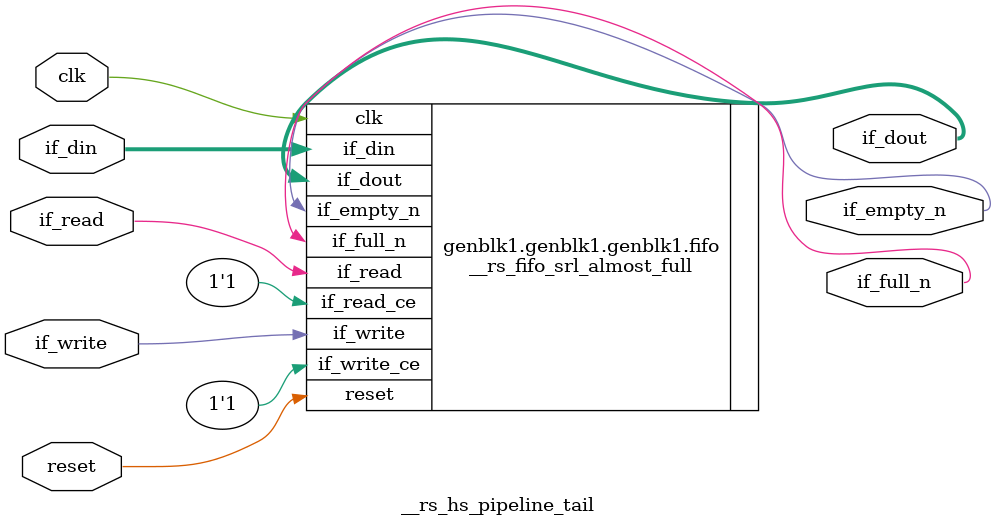
<source format=v>
`timescale 1 ns / 1 ps

module __rs_hs_pipeline_tail #(
    parameter DATA_WIDTH = 32,
    parameter ADDR_WIDTH = 5,
    parameter DEPTH      = 32,
    parameter GRACE_PERIOD = 2,
    parameter MEM_STYLE = 0   // 0: SRL, 1: ULTRA, 2: BLOCK
) (
    (* RS_CLK *)  input wire clk,
    (* RS_RST *)  input wire reset,

    // inbound
    (* RS_HS = "inbound.ready" *)  output wire                  if_full_n,
    (* RS_HS = "inbound.valid" *)  input  wire                  if_write,
    (* RS_HS = "inbound.data"  *)  input  wire [DATA_WIDTH-1:0] if_din,

    // outbound
    (* RS_HS = "outbound.valid" *)  output wire                  if_empty_n,
    (* RS_HS = "outbound.ready" *)  input  wire                  if_read,
    (* RS_HS = "outbound.data"  *)  output wire [DATA_WIDTH-1:0] if_dout
);

generate
    if (MEM_STYLE == 2) begin
        __rs_fifo_bram_almost_full #(
            .MEM_STYLE   ("block"),
            .DATA_WIDTH  (DATA_WIDTH),
            .ADDR_WIDTH  (ADDR_WIDTH),
            .DEPTH       (DEPTH),
            .GRACE_PERIOD(GRACE_PERIOD)
        ) fifo (
            .clk  (clk),
            .reset(reset),

            .if_full_n  (if_full_n),
            .if_write   (if_write),
            .if_din     (if_din),

            .if_empty_n(if_empty_n),
            .if_read   (if_read),
            .if_dout   (if_dout),

            .if_read_ce(1'b1),
            .if_write_ce(1'b1)
        );
    end
    else if (MEM_STYLE == 1) begin
        __rs_fifo_bram_almost_full #(
            .MEM_STYLE   ("ultra"),
            .DATA_WIDTH  (DATA_WIDTH),
            .ADDR_WIDTH  (ADDR_WIDTH),
            .DEPTH       (DEPTH),
            .GRACE_PERIOD(GRACE_PERIOD)
        ) fifo (
            .clk  (clk),
            .reset(reset),

            .if_full_n  (if_full_n),
            .if_write   (if_write),
            .if_din     (if_din),

            .if_empty_n(if_empty_n),
            .if_read   (if_read),
            .if_dout   (if_dout),

            .if_read_ce(1'b1),
            .if_write_ce(1'b1)
        );
    end
    else if (MEM_STYLE == 0) begin
        __rs_fifo_srl_almost_full #(
            .DATA_WIDTH(DATA_WIDTH),
            .ADDR_WIDTH(ADDR_WIDTH),
            .DEPTH     (DEPTH),
            .GRACE_PERIOD(GRACE_PERIOD)
        ) fifo (
            .clk  (clk),
            .reset(reset),

            .if_full_n  (if_full_n),
            .if_write   (if_write),
            .if_din     (if_din),

            .if_empty_n(if_empty_n),
            .if_read   (if_read),
            .if_dout   (if_dout),

            .if_read_ce(1'b1),
            .if_write_ce(1'b1)
        );
    end

endgenerate

    initial begin
        if (MEM_STYLE != 0 && MEM_STYLE != 1 && MEM_STYLE != 2) begin
            $display("Error: MEM_STYLE %d is not supported.", MEM_STYLE);
            $finish;
        end
    end
endmodule  // fifo

</source>
